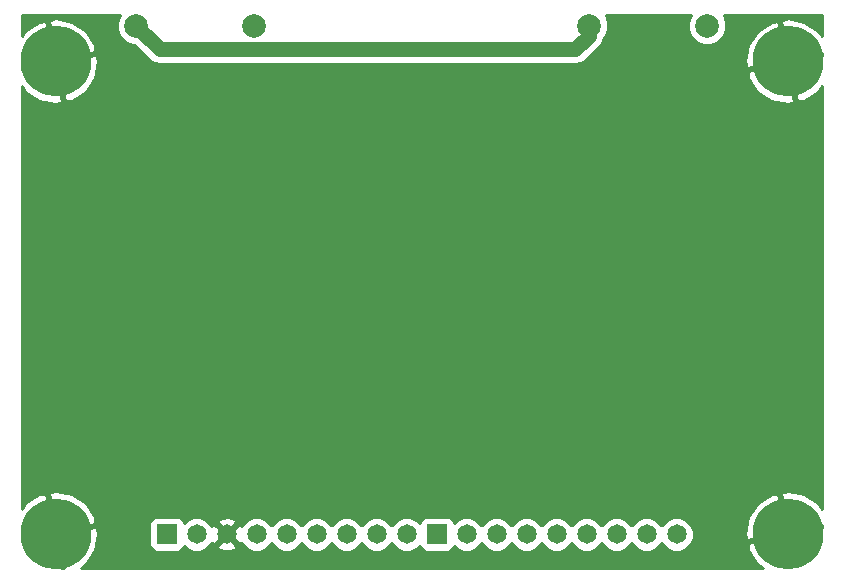
<source format=gbl>
G04 (created by PCBNEW-RS274X (2012-jan-04)-stable) date Tue 06 Mar 2012 12:01:17 GMT*
G01*
G70*
G90*
%MOIN*%
G04 Gerber Fmt 3.4, Leading zero omitted, Abs format*
%FSLAX34Y34*%
G04 APERTURE LIST*
%ADD10C,0.006000*%
%ADD11C,0.078700*%
%ADD12C,0.065000*%
%ADD13R,0.065000X0.065000*%
%ADD14C,0.236200*%
%ADD15C,0.050000*%
%ADD16C,0.010000*%
G04 APERTURE END LIST*
G54D10*
G54D11*
X62666Y-24016D03*
X66603Y-24016D03*
X51508Y-24016D03*
X47571Y-24016D03*
G54D12*
X52587Y-40965D03*
X53587Y-40965D03*
X54587Y-40965D03*
X55587Y-40965D03*
X56587Y-40965D03*
G54D13*
X48587Y-40965D03*
G54D12*
X49587Y-40965D03*
X50587Y-40965D03*
X51587Y-40965D03*
X61587Y-40965D03*
X62587Y-40965D03*
X63587Y-40965D03*
X64587Y-40965D03*
X65587Y-40965D03*
G54D13*
X57587Y-40965D03*
G54D12*
X58587Y-40965D03*
X59587Y-40965D03*
X60587Y-40965D03*
G54D14*
X69292Y-25197D03*
X69292Y-40945D03*
X44882Y-40945D03*
X44882Y-25197D03*
G54D15*
X62666Y-24016D02*
X62666Y-24343D01*
X48359Y-24804D02*
X47571Y-24016D01*
X62205Y-24804D02*
X48359Y-24804D01*
X62666Y-24343D02*
X62205Y-24804D01*
G54D10*
G36*
X70423Y-40769D02*
X69451Y-40963D01*
X69398Y-40910D01*
X69261Y-41046D01*
X69253Y-41004D01*
X69233Y-41007D01*
X69233Y-40906D01*
X68975Y-39613D01*
X68749Y-39621D01*
X68283Y-39929D01*
X67971Y-40392D01*
X67860Y-40939D01*
X67861Y-40953D01*
X67941Y-41164D01*
X69233Y-40906D01*
X69233Y-41007D01*
X67960Y-41262D01*
X67968Y-41488D01*
X68276Y-41954D01*
X68457Y-42076D01*
X66162Y-42076D01*
X66162Y-41080D01*
X66162Y-40851D01*
X66075Y-40640D01*
X65913Y-40478D01*
X65702Y-40390D01*
X65473Y-40390D01*
X65262Y-40477D01*
X65100Y-40639D01*
X65087Y-40669D01*
X65075Y-40640D01*
X64913Y-40478D01*
X64702Y-40390D01*
X64473Y-40390D01*
X64262Y-40477D01*
X64100Y-40639D01*
X64087Y-40669D01*
X64075Y-40640D01*
X63913Y-40478D01*
X63702Y-40390D01*
X63473Y-40390D01*
X63262Y-40477D01*
X63100Y-40639D01*
X63087Y-40669D01*
X63075Y-40640D01*
X62913Y-40478D01*
X62702Y-40390D01*
X62473Y-40390D01*
X62262Y-40477D01*
X62100Y-40639D01*
X62087Y-40669D01*
X62075Y-40640D01*
X61913Y-40478D01*
X61702Y-40390D01*
X61473Y-40390D01*
X61262Y-40477D01*
X61100Y-40639D01*
X61087Y-40669D01*
X61075Y-40640D01*
X60913Y-40478D01*
X60702Y-40390D01*
X60473Y-40390D01*
X60262Y-40477D01*
X60100Y-40639D01*
X60087Y-40669D01*
X60075Y-40640D01*
X59913Y-40478D01*
X59702Y-40390D01*
X59473Y-40390D01*
X59262Y-40477D01*
X59100Y-40639D01*
X59087Y-40669D01*
X59075Y-40640D01*
X58913Y-40478D01*
X58702Y-40390D01*
X58473Y-40390D01*
X58262Y-40477D01*
X58157Y-40581D01*
X58123Y-40499D01*
X58053Y-40429D01*
X57962Y-40391D01*
X57863Y-40391D01*
X57213Y-40391D01*
X57121Y-40429D01*
X57051Y-40499D01*
X57016Y-40581D01*
X56913Y-40478D01*
X56702Y-40390D01*
X56473Y-40390D01*
X56262Y-40477D01*
X56100Y-40639D01*
X56087Y-40669D01*
X56075Y-40640D01*
X55913Y-40478D01*
X55702Y-40390D01*
X55473Y-40390D01*
X55262Y-40477D01*
X55100Y-40639D01*
X55087Y-40669D01*
X55075Y-40640D01*
X54913Y-40478D01*
X54702Y-40390D01*
X54473Y-40390D01*
X54262Y-40477D01*
X54100Y-40639D01*
X54087Y-40669D01*
X54075Y-40640D01*
X53913Y-40478D01*
X53702Y-40390D01*
X53473Y-40390D01*
X53262Y-40477D01*
X53100Y-40639D01*
X53087Y-40669D01*
X53075Y-40640D01*
X52913Y-40478D01*
X52702Y-40390D01*
X52473Y-40390D01*
X52262Y-40477D01*
X52100Y-40639D01*
X52087Y-40669D01*
X52075Y-40640D01*
X51913Y-40478D01*
X51702Y-40390D01*
X51473Y-40390D01*
X51262Y-40477D01*
X51100Y-40639D01*
X51083Y-40679D01*
X51079Y-40669D01*
X50983Y-40640D01*
X50912Y-40711D01*
X50912Y-40569D01*
X50883Y-40473D01*
X50671Y-40397D01*
X50448Y-40409D01*
X50291Y-40473D01*
X50262Y-40569D01*
X50587Y-40894D01*
X50912Y-40569D01*
X50912Y-40711D01*
X50658Y-40965D01*
X50983Y-41290D01*
X51079Y-41261D01*
X51082Y-41250D01*
X51099Y-41290D01*
X51261Y-41452D01*
X51472Y-41540D01*
X51701Y-41540D01*
X51912Y-41453D01*
X52074Y-41291D01*
X52086Y-41260D01*
X52099Y-41290D01*
X52261Y-41452D01*
X52472Y-41540D01*
X52701Y-41540D01*
X52912Y-41453D01*
X53074Y-41291D01*
X53086Y-41260D01*
X53099Y-41290D01*
X53261Y-41452D01*
X53472Y-41540D01*
X53701Y-41540D01*
X53912Y-41453D01*
X54074Y-41291D01*
X54086Y-41260D01*
X54099Y-41290D01*
X54261Y-41452D01*
X54472Y-41540D01*
X54701Y-41540D01*
X54912Y-41453D01*
X55074Y-41291D01*
X55086Y-41260D01*
X55099Y-41290D01*
X55261Y-41452D01*
X55472Y-41540D01*
X55701Y-41540D01*
X55912Y-41453D01*
X56074Y-41291D01*
X56086Y-41260D01*
X56099Y-41290D01*
X56261Y-41452D01*
X56472Y-41540D01*
X56701Y-41540D01*
X56912Y-41453D01*
X57016Y-41348D01*
X57051Y-41431D01*
X57121Y-41501D01*
X57212Y-41539D01*
X57311Y-41539D01*
X57961Y-41539D01*
X58053Y-41501D01*
X58123Y-41431D01*
X58157Y-41348D01*
X58261Y-41452D01*
X58472Y-41540D01*
X58701Y-41540D01*
X58912Y-41453D01*
X59074Y-41291D01*
X59086Y-41260D01*
X59099Y-41290D01*
X59261Y-41452D01*
X59472Y-41540D01*
X59701Y-41540D01*
X59912Y-41453D01*
X60074Y-41291D01*
X60086Y-41260D01*
X60099Y-41290D01*
X60261Y-41452D01*
X60472Y-41540D01*
X60701Y-41540D01*
X60912Y-41453D01*
X61074Y-41291D01*
X61086Y-41260D01*
X61099Y-41290D01*
X61261Y-41452D01*
X61472Y-41540D01*
X61701Y-41540D01*
X61912Y-41453D01*
X62074Y-41291D01*
X62086Y-41260D01*
X62099Y-41290D01*
X62261Y-41452D01*
X62472Y-41540D01*
X62701Y-41540D01*
X62912Y-41453D01*
X63074Y-41291D01*
X63086Y-41260D01*
X63099Y-41290D01*
X63261Y-41452D01*
X63472Y-41540D01*
X63701Y-41540D01*
X63912Y-41453D01*
X64074Y-41291D01*
X64086Y-41260D01*
X64099Y-41290D01*
X64261Y-41452D01*
X64472Y-41540D01*
X64701Y-41540D01*
X64912Y-41453D01*
X65074Y-41291D01*
X65086Y-41260D01*
X65099Y-41290D01*
X65261Y-41452D01*
X65472Y-41540D01*
X65701Y-41540D01*
X65912Y-41453D01*
X66074Y-41291D01*
X66162Y-41080D01*
X66162Y-42076D01*
X50912Y-42076D01*
X50912Y-41361D01*
X50587Y-41036D01*
X50516Y-41107D01*
X50516Y-40965D01*
X50191Y-40640D01*
X50095Y-40669D01*
X50091Y-40679D01*
X50075Y-40640D01*
X49913Y-40478D01*
X49702Y-40390D01*
X49473Y-40390D01*
X49262Y-40477D01*
X49157Y-40581D01*
X49123Y-40499D01*
X49053Y-40429D01*
X48962Y-40391D01*
X48863Y-40391D01*
X48213Y-40391D01*
X48121Y-40429D01*
X48051Y-40499D01*
X48013Y-40590D01*
X48013Y-40689D01*
X48013Y-41339D01*
X48051Y-41431D01*
X48121Y-41501D01*
X48212Y-41539D01*
X48311Y-41539D01*
X48961Y-41539D01*
X49053Y-41501D01*
X49123Y-41431D01*
X49157Y-41348D01*
X49261Y-41452D01*
X49472Y-41540D01*
X49701Y-41540D01*
X49912Y-41453D01*
X50074Y-41291D01*
X50090Y-41250D01*
X50095Y-41261D01*
X50191Y-41290D01*
X50516Y-40965D01*
X50516Y-41107D01*
X50262Y-41361D01*
X50291Y-41457D01*
X50503Y-41533D01*
X50726Y-41521D01*
X50883Y-41457D01*
X50912Y-41361D01*
X50912Y-42076D01*
X45717Y-42076D01*
X45891Y-41961D01*
X46203Y-41498D01*
X46314Y-40951D01*
X46314Y-25203D01*
X46313Y-25189D01*
X46233Y-24978D01*
X46214Y-24981D01*
X46214Y-24880D01*
X46206Y-24654D01*
X45898Y-24188D01*
X45435Y-23876D01*
X44888Y-23765D01*
X44874Y-23766D01*
X44663Y-23846D01*
X44921Y-25138D01*
X46214Y-24880D01*
X46214Y-24981D01*
X44941Y-25236D01*
X45199Y-26529D01*
X45425Y-26521D01*
X45891Y-26213D01*
X46203Y-25750D01*
X46314Y-25203D01*
X46314Y-40951D01*
X46313Y-40937D01*
X46233Y-40726D01*
X46214Y-40729D01*
X46214Y-40628D01*
X46206Y-40402D01*
X45898Y-39936D01*
X45435Y-39624D01*
X44888Y-39513D01*
X44874Y-39514D01*
X44663Y-39594D01*
X44921Y-40886D01*
X46214Y-40628D01*
X46214Y-40729D01*
X44941Y-40984D01*
X45158Y-42076D01*
X45057Y-42076D01*
X44863Y-41104D01*
X44917Y-41051D01*
X44780Y-40914D01*
X44823Y-40906D01*
X44565Y-39613D01*
X44339Y-39621D01*
X43873Y-39929D01*
X43751Y-40110D01*
X43751Y-26032D01*
X43866Y-26206D01*
X44329Y-26518D01*
X44876Y-26629D01*
X44890Y-26628D01*
X45101Y-26548D01*
X44843Y-25256D01*
X43751Y-25473D01*
X43751Y-25372D01*
X44823Y-25158D01*
X44565Y-23865D01*
X44339Y-23873D01*
X43873Y-24181D01*
X43751Y-24362D01*
X43751Y-23672D01*
X47018Y-23672D01*
X46928Y-23887D01*
X46928Y-24143D01*
X47026Y-24379D01*
X47206Y-24560D01*
X47442Y-24659D01*
X47506Y-24659D01*
X48003Y-25155D01*
X48005Y-25158D01*
X48167Y-25265D01*
X48168Y-25266D01*
X48359Y-25304D01*
X62200Y-25304D01*
X62205Y-25305D01*
X62205Y-25304D01*
X62396Y-25266D01*
X62397Y-25266D01*
X62559Y-25158D01*
X63017Y-24698D01*
X63019Y-24697D01*
X63020Y-24697D01*
X63127Y-24535D01*
X63128Y-24534D01*
X63145Y-24445D01*
X63145Y-24444D01*
X63210Y-24381D01*
X63309Y-24145D01*
X63309Y-23889D01*
X63218Y-23672D01*
X66050Y-23672D01*
X65960Y-23887D01*
X65960Y-24143D01*
X66058Y-24379D01*
X66238Y-24560D01*
X66474Y-24659D01*
X66730Y-24659D01*
X66966Y-24561D01*
X67147Y-24381D01*
X67246Y-24145D01*
X67246Y-23889D01*
X67155Y-23672D01*
X70423Y-23672D01*
X70423Y-24361D01*
X70308Y-24188D01*
X69845Y-23876D01*
X69298Y-23765D01*
X69284Y-23766D01*
X69073Y-23846D01*
X69331Y-25138D01*
X70423Y-24920D01*
X70423Y-25021D01*
X69351Y-25236D01*
X69609Y-26529D01*
X69835Y-26521D01*
X70301Y-26213D01*
X70423Y-26031D01*
X70423Y-40109D01*
X70308Y-39936D01*
X69845Y-39624D01*
X69511Y-39556D01*
X69511Y-26548D01*
X69253Y-25256D01*
X69233Y-25259D01*
X69233Y-25158D01*
X68975Y-23865D01*
X68749Y-23873D01*
X68283Y-24181D01*
X67971Y-24644D01*
X67860Y-25191D01*
X67861Y-25205D01*
X67941Y-25416D01*
X69233Y-25158D01*
X69233Y-25259D01*
X67960Y-25514D01*
X67968Y-25740D01*
X68276Y-26206D01*
X68739Y-26518D01*
X69286Y-26629D01*
X69300Y-26628D01*
X69511Y-26548D01*
X69511Y-39556D01*
X69298Y-39513D01*
X69284Y-39514D01*
X69073Y-39594D01*
X69331Y-40886D01*
X70423Y-40668D01*
X70423Y-40769D01*
X70423Y-40769D01*
G37*
G54D16*
X70423Y-40769D02*
X69451Y-40963D01*
X69398Y-40910D01*
X69261Y-41046D01*
X69253Y-41004D01*
X69233Y-41007D01*
X69233Y-40906D01*
X68975Y-39613D01*
X68749Y-39621D01*
X68283Y-39929D01*
X67971Y-40392D01*
X67860Y-40939D01*
X67861Y-40953D01*
X67941Y-41164D01*
X69233Y-40906D01*
X69233Y-41007D01*
X67960Y-41262D01*
X67968Y-41488D01*
X68276Y-41954D01*
X68457Y-42076D01*
X66162Y-42076D01*
X66162Y-41080D01*
X66162Y-40851D01*
X66075Y-40640D01*
X65913Y-40478D01*
X65702Y-40390D01*
X65473Y-40390D01*
X65262Y-40477D01*
X65100Y-40639D01*
X65087Y-40669D01*
X65075Y-40640D01*
X64913Y-40478D01*
X64702Y-40390D01*
X64473Y-40390D01*
X64262Y-40477D01*
X64100Y-40639D01*
X64087Y-40669D01*
X64075Y-40640D01*
X63913Y-40478D01*
X63702Y-40390D01*
X63473Y-40390D01*
X63262Y-40477D01*
X63100Y-40639D01*
X63087Y-40669D01*
X63075Y-40640D01*
X62913Y-40478D01*
X62702Y-40390D01*
X62473Y-40390D01*
X62262Y-40477D01*
X62100Y-40639D01*
X62087Y-40669D01*
X62075Y-40640D01*
X61913Y-40478D01*
X61702Y-40390D01*
X61473Y-40390D01*
X61262Y-40477D01*
X61100Y-40639D01*
X61087Y-40669D01*
X61075Y-40640D01*
X60913Y-40478D01*
X60702Y-40390D01*
X60473Y-40390D01*
X60262Y-40477D01*
X60100Y-40639D01*
X60087Y-40669D01*
X60075Y-40640D01*
X59913Y-40478D01*
X59702Y-40390D01*
X59473Y-40390D01*
X59262Y-40477D01*
X59100Y-40639D01*
X59087Y-40669D01*
X59075Y-40640D01*
X58913Y-40478D01*
X58702Y-40390D01*
X58473Y-40390D01*
X58262Y-40477D01*
X58157Y-40581D01*
X58123Y-40499D01*
X58053Y-40429D01*
X57962Y-40391D01*
X57863Y-40391D01*
X57213Y-40391D01*
X57121Y-40429D01*
X57051Y-40499D01*
X57016Y-40581D01*
X56913Y-40478D01*
X56702Y-40390D01*
X56473Y-40390D01*
X56262Y-40477D01*
X56100Y-40639D01*
X56087Y-40669D01*
X56075Y-40640D01*
X55913Y-40478D01*
X55702Y-40390D01*
X55473Y-40390D01*
X55262Y-40477D01*
X55100Y-40639D01*
X55087Y-40669D01*
X55075Y-40640D01*
X54913Y-40478D01*
X54702Y-40390D01*
X54473Y-40390D01*
X54262Y-40477D01*
X54100Y-40639D01*
X54087Y-40669D01*
X54075Y-40640D01*
X53913Y-40478D01*
X53702Y-40390D01*
X53473Y-40390D01*
X53262Y-40477D01*
X53100Y-40639D01*
X53087Y-40669D01*
X53075Y-40640D01*
X52913Y-40478D01*
X52702Y-40390D01*
X52473Y-40390D01*
X52262Y-40477D01*
X52100Y-40639D01*
X52087Y-40669D01*
X52075Y-40640D01*
X51913Y-40478D01*
X51702Y-40390D01*
X51473Y-40390D01*
X51262Y-40477D01*
X51100Y-40639D01*
X51083Y-40679D01*
X51079Y-40669D01*
X50983Y-40640D01*
X50912Y-40711D01*
X50912Y-40569D01*
X50883Y-40473D01*
X50671Y-40397D01*
X50448Y-40409D01*
X50291Y-40473D01*
X50262Y-40569D01*
X50587Y-40894D01*
X50912Y-40569D01*
X50912Y-40711D01*
X50658Y-40965D01*
X50983Y-41290D01*
X51079Y-41261D01*
X51082Y-41250D01*
X51099Y-41290D01*
X51261Y-41452D01*
X51472Y-41540D01*
X51701Y-41540D01*
X51912Y-41453D01*
X52074Y-41291D01*
X52086Y-41260D01*
X52099Y-41290D01*
X52261Y-41452D01*
X52472Y-41540D01*
X52701Y-41540D01*
X52912Y-41453D01*
X53074Y-41291D01*
X53086Y-41260D01*
X53099Y-41290D01*
X53261Y-41452D01*
X53472Y-41540D01*
X53701Y-41540D01*
X53912Y-41453D01*
X54074Y-41291D01*
X54086Y-41260D01*
X54099Y-41290D01*
X54261Y-41452D01*
X54472Y-41540D01*
X54701Y-41540D01*
X54912Y-41453D01*
X55074Y-41291D01*
X55086Y-41260D01*
X55099Y-41290D01*
X55261Y-41452D01*
X55472Y-41540D01*
X55701Y-41540D01*
X55912Y-41453D01*
X56074Y-41291D01*
X56086Y-41260D01*
X56099Y-41290D01*
X56261Y-41452D01*
X56472Y-41540D01*
X56701Y-41540D01*
X56912Y-41453D01*
X57016Y-41348D01*
X57051Y-41431D01*
X57121Y-41501D01*
X57212Y-41539D01*
X57311Y-41539D01*
X57961Y-41539D01*
X58053Y-41501D01*
X58123Y-41431D01*
X58157Y-41348D01*
X58261Y-41452D01*
X58472Y-41540D01*
X58701Y-41540D01*
X58912Y-41453D01*
X59074Y-41291D01*
X59086Y-41260D01*
X59099Y-41290D01*
X59261Y-41452D01*
X59472Y-41540D01*
X59701Y-41540D01*
X59912Y-41453D01*
X60074Y-41291D01*
X60086Y-41260D01*
X60099Y-41290D01*
X60261Y-41452D01*
X60472Y-41540D01*
X60701Y-41540D01*
X60912Y-41453D01*
X61074Y-41291D01*
X61086Y-41260D01*
X61099Y-41290D01*
X61261Y-41452D01*
X61472Y-41540D01*
X61701Y-41540D01*
X61912Y-41453D01*
X62074Y-41291D01*
X62086Y-41260D01*
X62099Y-41290D01*
X62261Y-41452D01*
X62472Y-41540D01*
X62701Y-41540D01*
X62912Y-41453D01*
X63074Y-41291D01*
X63086Y-41260D01*
X63099Y-41290D01*
X63261Y-41452D01*
X63472Y-41540D01*
X63701Y-41540D01*
X63912Y-41453D01*
X64074Y-41291D01*
X64086Y-41260D01*
X64099Y-41290D01*
X64261Y-41452D01*
X64472Y-41540D01*
X64701Y-41540D01*
X64912Y-41453D01*
X65074Y-41291D01*
X65086Y-41260D01*
X65099Y-41290D01*
X65261Y-41452D01*
X65472Y-41540D01*
X65701Y-41540D01*
X65912Y-41453D01*
X66074Y-41291D01*
X66162Y-41080D01*
X66162Y-42076D01*
X50912Y-42076D01*
X50912Y-41361D01*
X50587Y-41036D01*
X50516Y-41107D01*
X50516Y-40965D01*
X50191Y-40640D01*
X50095Y-40669D01*
X50091Y-40679D01*
X50075Y-40640D01*
X49913Y-40478D01*
X49702Y-40390D01*
X49473Y-40390D01*
X49262Y-40477D01*
X49157Y-40581D01*
X49123Y-40499D01*
X49053Y-40429D01*
X48962Y-40391D01*
X48863Y-40391D01*
X48213Y-40391D01*
X48121Y-40429D01*
X48051Y-40499D01*
X48013Y-40590D01*
X48013Y-40689D01*
X48013Y-41339D01*
X48051Y-41431D01*
X48121Y-41501D01*
X48212Y-41539D01*
X48311Y-41539D01*
X48961Y-41539D01*
X49053Y-41501D01*
X49123Y-41431D01*
X49157Y-41348D01*
X49261Y-41452D01*
X49472Y-41540D01*
X49701Y-41540D01*
X49912Y-41453D01*
X50074Y-41291D01*
X50090Y-41250D01*
X50095Y-41261D01*
X50191Y-41290D01*
X50516Y-40965D01*
X50516Y-41107D01*
X50262Y-41361D01*
X50291Y-41457D01*
X50503Y-41533D01*
X50726Y-41521D01*
X50883Y-41457D01*
X50912Y-41361D01*
X50912Y-42076D01*
X45717Y-42076D01*
X45891Y-41961D01*
X46203Y-41498D01*
X46314Y-40951D01*
X46314Y-25203D01*
X46313Y-25189D01*
X46233Y-24978D01*
X46214Y-24981D01*
X46214Y-24880D01*
X46206Y-24654D01*
X45898Y-24188D01*
X45435Y-23876D01*
X44888Y-23765D01*
X44874Y-23766D01*
X44663Y-23846D01*
X44921Y-25138D01*
X46214Y-24880D01*
X46214Y-24981D01*
X44941Y-25236D01*
X45199Y-26529D01*
X45425Y-26521D01*
X45891Y-26213D01*
X46203Y-25750D01*
X46314Y-25203D01*
X46314Y-40951D01*
X46313Y-40937D01*
X46233Y-40726D01*
X46214Y-40729D01*
X46214Y-40628D01*
X46206Y-40402D01*
X45898Y-39936D01*
X45435Y-39624D01*
X44888Y-39513D01*
X44874Y-39514D01*
X44663Y-39594D01*
X44921Y-40886D01*
X46214Y-40628D01*
X46214Y-40729D01*
X44941Y-40984D01*
X45158Y-42076D01*
X45057Y-42076D01*
X44863Y-41104D01*
X44917Y-41051D01*
X44780Y-40914D01*
X44823Y-40906D01*
X44565Y-39613D01*
X44339Y-39621D01*
X43873Y-39929D01*
X43751Y-40110D01*
X43751Y-26032D01*
X43866Y-26206D01*
X44329Y-26518D01*
X44876Y-26629D01*
X44890Y-26628D01*
X45101Y-26548D01*
X44843Y-25256D01*
X43751Y-25473D01*
X43751Y-25372D01*
X44823Y-25158D01*
X44565Y-23865D01*
X44339Y-23873D01*
X43873Y-24181D01*
X43751Y-24362D01*
X43751Y-23672D01*
X47018Y-23672D01*
X46928Y-23887D01*
X46928Y-24143D01*
X47026Y-24379D01*
X47206Y-24560D01*
X47442Y-24659D01*
X47506Y-24659D01*
X48003Y-25155D01*
X48005Y-25158D01*
X48167Y-25265D01*
X48168Y-25266D01*
X48359Y-25304D01*
X62200Y-25304D01*
X62205Y-25305D01*
X62205Y-25304D01*
X62396Y-25266D01*
X62397Y-25266D01*
X62559Y-25158D01*
X63017Y-24698D01*
X63019Y-24697D01*
X63020Y-24697D01*
X63127Y-24535D01*
X63128Y-24534D01*
X63145Y-24445D01*
X63145Y-24444D01*
X63210Y-24381D01*
X63309Y-24145D01*
X63309Y-23889D01*
X63218Y-23672D01*
X66050Y-23672D01*
X65960Y-23887D01*
X65960Y-24143D01*
X66058Y-24379D01*
X66238Y-24560D01*
X66474Y-24659D01*
X66730Y-24659D01*
X66966Y-24561D01*
X67147Y-24381D01*
X67246Y-24145D01*
X67246Y-23889D01*
X67155Y-23672D01*
X70423Y-23672D01*
X70423Y-24361D01*
X70308Y-24188D01*
X69845Y-23876D01*
X69298Y-23765D01*
X69284Y-23766D01*
X69073Y-23846D01*
X69331Y-25138D01*
X70423Y-24920D01*
X70423Y-25021D01*
X69351Y-25236D01*
X69609Y-26529D01*
X69835Y-26521D01*
X70301Y-26213D01*
X70423Y-26031D01*
X70423Y-40109D01*
X70308Y-39936D01*
X69845Y-39624D01*
X69511Y-39556D01*
X69511Y-26548D01*
X69253Y-25256D01*
X69233Y-25259D01*
X69233Y-25158D01*
X68975Y-23865D01*
X68749Y-23873D01*
X68283Y-24181D01*
X67971Y-24644D01*
X67860Y-25191D01*
X67861Y-25205D01*
X67941Y-25416D01*
X69233Y-25158D01*
X69233Y-25259D01*
X67960Y-25514D01*
X67968Y-25740D01*
X68276Y-26206D01*
X68739Y-26518D01*
X69286Y-26629D01*
X69300Y-26628D01*
X69511Y-26548D01*
X69511Y-39556D01*
X69298Y-39513D01*
X69284Y-39514D01*
X69073Y-39594D01*
X69331Y-40886D01*
X70423Y-40668D01*
X70423Y-40769D01*
M02*

</source>
